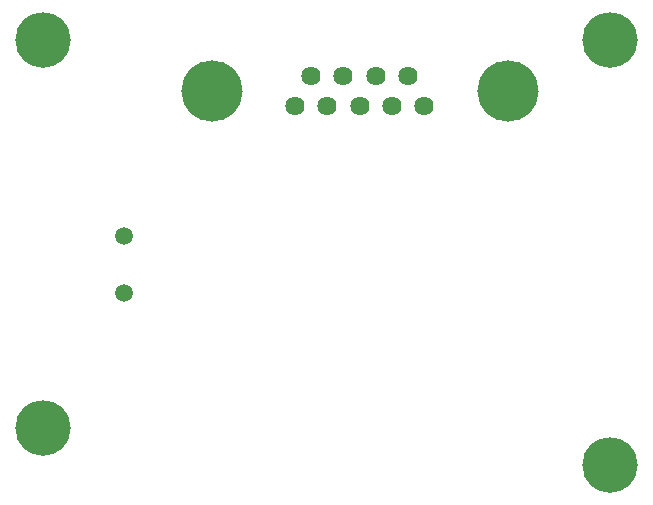
<source format=gbs>
G04 #@! TF.GenerationSoftware,KiCad,Pcbnew,8.0.6*
G04 #@! TF.CreationDate,2025-01-13T19:20:44-05:00*
G04 #@! TF.ProjectId,yy_CAN_board,79795f43-414e-45f6-926f-6172642e6b69,1.0*
G04 #@! TF.SameCoordinates,Original*
G04 #@! TF.FileFunction,Soldermask,Bot*
G04 #@! TF.FilePolarity,Negative*
%FSLAX46Y46*%
G04 Gerber Fmt 4.6, Leading zero omitted, Abs format (unit mm)*
G04 Created by KiCad (PCBNEW 8.0.6) date 2025-01-13 19:20:44*
%MOMM*%
%LPD*%
G01*
G04 APERTURE LIST*
%ADD10C,4.700000*%
%ADD11C,5.181600*%
%ADD12C,1.625600*%
%ADD13C,1.500000*%
G04 APERTURE END LIST*
D10*
X117000000Y-92000000D03*
X165000000Y-92000000D03*
X165000000Y-128000000D03*
X117000000Y-124876800D03*
D11*
X156301800Y-96300000D03*
X131257400Y-96300000D03*
D12*
X147894400Y-95030000D03*
X145151200Y-95030000D03*
X142408000Y-95030000D03*
X139664800Y-95030000D03*
X149266000Y-97570000D03*
X146522800Y-97570000D03*
X143779600Y-97570000D03*
X141036400Y-97570000D03*
X138293200Y-97570000D03*
D13*
X123848600Y-108559400D03*
X123848600Y-113439400D03*
M02*

</source>
